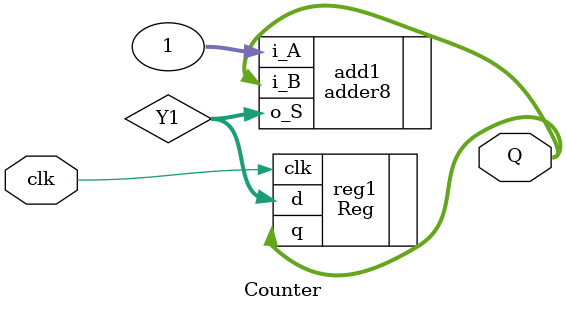
<source format=v>
module Counter

	(
		input wire clk,
		output wire [31:0] Q
		
	);
	wire [31:0] Y1;
	
	adder8 add1
		(
			.i_A(32'd1),
			.i_B(Q),
			.o_S(Y1)
			
		);
	Reg reg1
		(
			.d(Y1),
			.clk(clk),
			.q(Q)
				
		);
		
endmodule

</source>
